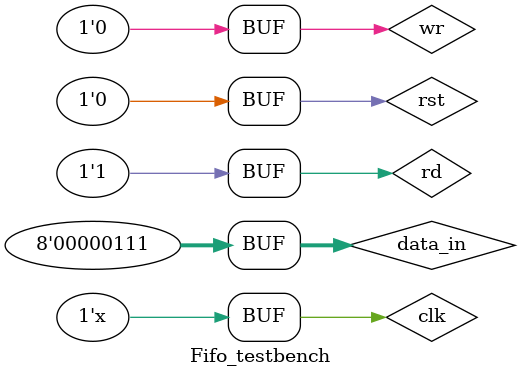
<source format=sv>
module Fifo_testbench;

	// Inputs
	reg [7:0] data_in;
	reg clk;
	reg rst;
	reg rd;
	reg wr;

	// Outputs
	wire empty;
	wire full;
	wire [7:0] data_out;
	// Instantiate the Unit Under Test (UUT)
	fifo_8bit uut (
		.data_in(data_in),
		.clk(clk),
		.rst(rst),
		.rd(rd),
		.wr(wr),
		.empty(empty),
		.full(full),
		.data_out(data_out)
	);


  initial begin
//Initialize inputs
  clk = 1'b0;
  data_in = 8'b00000000;
  rd = 1'b0;
  wr = 1'b0;
  rst = 1'b1;
  #100;

  rst = 1'b1;
  #20;
  rst = 1'b0;
  wr = 1'b1;
  data_in = 8'b00000000;
  #20;
  data_in = 8'b00000001;
  #20;
  data_in = 8'b00000010;
  #20;
  data_in = 8'b00000011;
  #20;
  data_in = 8'b00000100;
  #20;
  data_in = 8'b00000101;
  #20;
  data_in = 8'b00000110;
  #20;
  data_in = 8'b00000111;
  #20;
  wr = 1'b0;
  rd = 1'b1;
  end
    always #10 clk = ~clk;

endmodule

</source>
